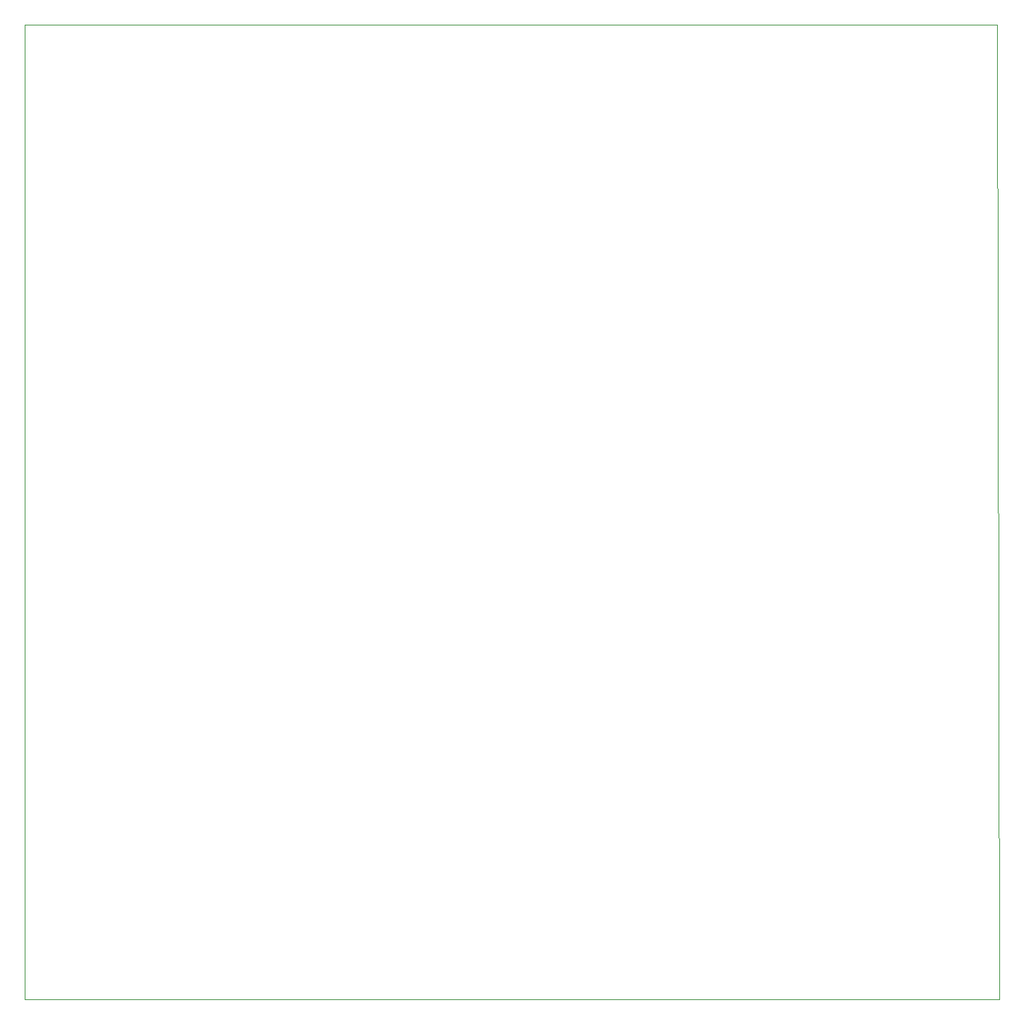
<source format=gbr>
%TF.GenerationSoftware,KiCad,Pcbnew,8.0.8*%
%TF.CreationDate,2025-04-11T10:41:38+02:00*%
%TF.ProjectId,H_bridge_PCB,485f6272-6964-4676-955f-5043422e6b69,rev?*%
%TF.SameCoordinates,Original*%
%TF.FileFunction,Profile,NP*%
%FSLAX46Y46*%
G04 Gerber Fmt 4.6, Leading zero omitted, Abs format (unit mm)*
G04 Created by KiCad (PCBNEW 8.0.8) date 2025-04-11 10:41:38*
%MOMM*%
%LPD*%
G01*
G04 APERTURE LIST*
%TA.AperFunction,Profile*%
%ADD10C,0.050000*%
%TD*%
G04 APERTURE END LIST*
D10*
X50000000Y-39250000D02*
X160000000Y-39250000D01*
X160250000Y-149500000D02*
X50000000Y-149500000D01*
X160000000Y-39250000D02*
X160250000Y-149500000D01*
X50000000Y-149500000D02*
X50000000Y-39250000D01*
M02*

</source>
